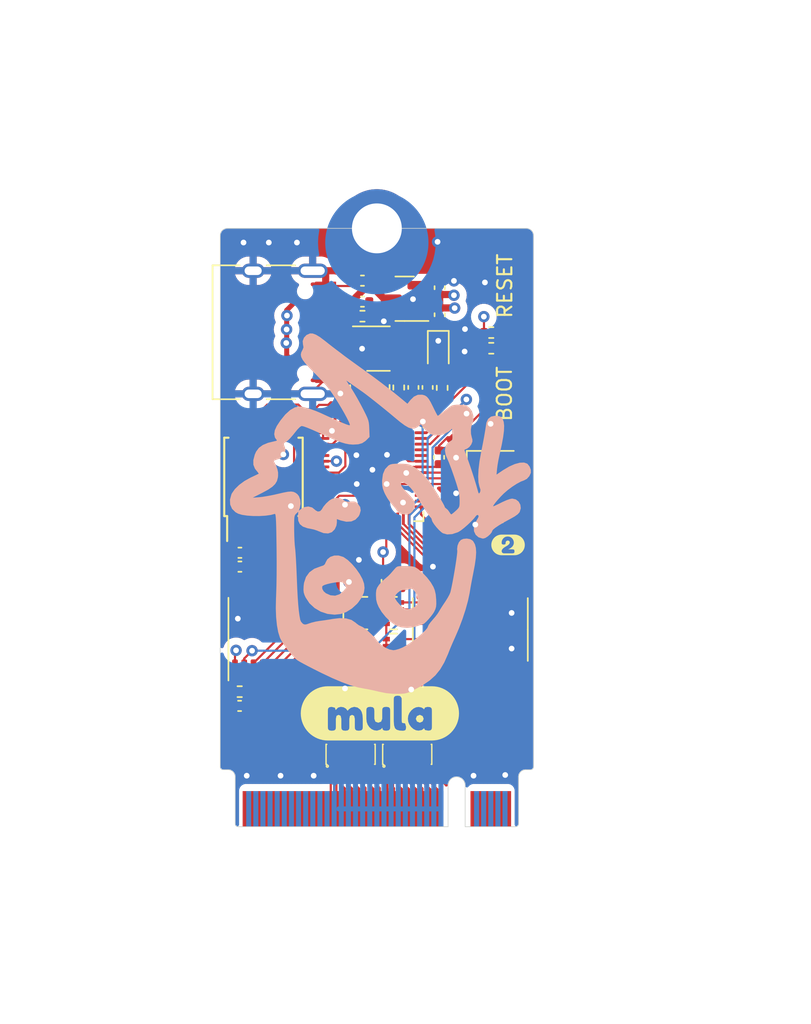
<source format=kicad_pcb>
(kicad_pcb (version 20221018) (generator pcbnew)
  (layers (0 "F.Cu" signal) (1 "In1.Cu" signal) (2 "In2.Cu" signal) (31 "B.Cu" signal) (34 "B.Paste" user) (35 "F.Paste" user) (36 "B.SilkS" user "B.Silkscreen") (37 "F.SilkS" user "F.Silkscreen") (38 "B.Mask" user) (39 "F.Mask" user) (44 "Edge.Cuts" user))
  (net 0 "")
  (net 1 "GND")
  (net 2 "Net-(U102-XIN)")
  (net 3 "Net-(U102-XOUT)")
  (net 4 "/USBD_P")
  (net 5 "/USBD_N")
  (net 6 "+3V3")
  (net 7 "+5V")
  (net 8 "Net-(J101-CC1)")
  (net 10 "Net-(J101-CC2)")
  (net 12 "/IO4")
  (net 13 "/IO5")
  (net 14 "/IO6")
  (net 15 "/IO7")
  (net 16 "/xIO7")
  (net 17 "/xIO6")
  (net 18 "/xIO5")
  (net 19 "/xIO4")
  (net 20 "/IO8")
  (net 21 "/IO9")
  (net 22 "/IO10")
  (net 23 "/IO11")
  (net 24 "/xIO11")
  (net 25 "/xIO10")
  (net 26 "/xIO9")
  (net 27 "/xIO8")
  (net 28 "/IO12")
  (net 29 "/IO13")
  (net 30 "/IO14")
  (net 31 "/IO15")
  (net 32 "/xIO15")
  (net 33 "/xIO14")
  (net 34 "/xIO13")
  (net 35 "/xIO12")
  (net 36 "/IO0")
  (net 37 "/IO1")
  (net 38 "/IO2")
  (net 39 "/IO3")
  (net 40 "/xIO3")
  (net 41 "/xIO2")
  (net 42 "/xIO1")
  (net 43 "/xIO0")
  (net 44 "Net-(R101-Pad1)")
  (net 45 "Net-(U102-USB_DP)")
  (net 46 "Net-(U102-USB_DM)")
  (net 47 "Net-(U102-RUN)")
  (net 48 "/BANK1_DIR")
  (net 49 "/BANK2_DIR")
  (net 50 "/GPIO0")
  (net 51 "/GPIO1")
  (net 52 "/GPIO2")
  (net 53 "/GPIO3")
  (net 54 "/GPIO4")
  (net 55 "/GPIO5")
  (net 56 "/GPIO6")
  (net 57 "/GPIO7")
  (net 58 "/GPIO8")
  (net 59 "/GPIO9")
  (net 60 "/GPIO10")
  (net 61 "/GPIO11")
  (net 62 "/GPIO12")
  (net 63 "/GPIO13")
  (net 64 "/GPIO14")
  (net 65 "/GPIO15")
  (net 66 "Net-(U102-VREG_VOUT)")
  (net 80 "/QSPI_CS")
  (net 81 "/QSPI_D1")
  (net 82 "/QSPI_D2")
  (net 83 "/QSPI_D0")
  (net 84 "/QSPI_CLK")
  (net 85 "/QSPI_D3")
  (net 88 "Net-(D101-A)")
  (net 89 "Net-(U102-GPIO18)")
  (footprint "Capacitor_SMD:C_0402_1005Metric" (layer "F.Cu") (at 130.35 105.425)
    (fp_text reference "C115" hide)
    (fp_text value "100n")
  )
  (footprint "Diode_SMD:D_0603_1608Metric" (layer "F.Cu") (at 144.3 80.5875 -90)
    (fp_text reference "D101" hide)
    (fp_text value "LED")
  )
  (footprint "matei:TS-1187A-B-A-B" (layer "F.Cu") (at 148.045 75.97 90)
    (fp_text reference "SW102" hide)
    (fp_text value "RESET")
  )
  (footprint "Resistor_SMD:R_0402_1005Metric" (layer "F.Cu") (at 141.525 83.075 -90)
    (fp_text reference "R105" hide)
    (fp_text value "27R")
  )
  (footprint "Capacitor_SMD:C_0402_1005Metric" (layer "F.Cu") (at 148.725 92.175)
    (fp_text reference "C101" hide)
    (fp_text value "20p")
  )
  (footprint "Resistor_SMD:R_0402_1005Metric" (layer "F.Cu") (at 140.5 83.05 -90)
    (fp_text reference "R104" hide)
    (fp_text value "27R")
  )
  (footprint "kibuzzard-64C8408B" (layer "F.Cu") (at 149.2 94.125)
    (fp_text reference "kibuzzard-64C8408B" hide)
    (fp_text value "G***" hide)
  )
  (footprint "Package_SO:TSSOP-24_4.4x7.8mm_P0.65mm" (layer "F.Cu") (at 146.55 100.0625 90)
    (fp_text reference "U106" hide)
    (fp_text value "SN74LVC4245")
  )
  (footprint "matei:M.2-B-KEY" (layer "F.Cu") (at 139.9875 113.905)
    (fp_text reference "J102" hide)
    (fp_text value "M.2" hide)
    (fp_line (start -11 -41.5) (end -11 -4.2) (stroke (width 0.05)) (layer "Edge.Cuts"))
    (fp_line (start -10.8 -4) (end -10.45 -4) (stroke (width 0.05)) (layer "Edge.Cuts"))
    (fp_line (start -9.95 -3.5) (end -9.95 -0.2) (stroke (width 0.05)) (layer "Edge.Cuts"))
    (fp_line (start -9.75 0) (end 5 0) (stroke (width 0.05)) (layer "Edge.Cuts"))
    (fp_line (start 5 -2.9) (end 5 0) (stroke (width 0.05)) (layer "Edge.Cuts"))
    (fp_line (start 6.2 -2.9) (end 6.2 0) (stroke (width 0.05)) (layer "Edge.Cuts"))
    (fp_line (start 6.2 0) (end 9.75 0) (stroke (width 0.05)) (layer "Edge.Cuts"))
    (fp_line (start 9.95 -0.2) (end 9.95 -3.5) (stroke (width 0.05)) (layer "Edge.Cuts"))
    (fp_line (start 10.45 -4) (end 10.8 -4) (stroke (width 0.05)) (layer "Edge.Cuts"))
    (fp_line (start 10.5 -42) (end -10.5 -42) (stroke (width 0.05)) (layer "Edge.Cuts"))
    (fp_line (start 11 -4.2) (end 11 -41.5) (stroke (width 0.05)) (layer "Edge.Cuts"))
    (fp_arc (start -11 -41.5) (mid -10.853553 -41.853553) (end -10.5 -42) (stroke (width 0.05)) (layer "Edge.Cuts"))
    (fp_arc (start -10.8 -4) (mid -10.941421 -4.058579) (end -11 -4.2) (stroke (width 0.05)) (layer "Edge.Cuts"))
    (fp_arc (start -10.45 -4) (mid -10.096447 -3.853553) (end -9.95 -3.5) (stroke (width 0.05)) (layer "Edge.Cuts"))
    (fp_arc (start -9.75 0) (mid -9.891421 -0.058579) (end -9.95 -0.2) (stroke (width 0.05)) (layer "Edge.Cuts"))
    (fp_arc (start 5 -2.9) (mid 5.175736 -3.324264) (end 5.6 -3.5) (stroke (width 0.05)) (layer "Edge.Cuts"))
    (fp_arc (start 5.6 -3.5) (mid 6.024264 -3.324264) (end 6.2 -2.9) (stroke (width 0.05)) (layer "Edge.Cuts"))
    (fp_arc (start 9.95 -3.5) (mid 10.096447 -3.853553) (end 10.45 -4) (stroke (width 0.05)) (layer "Edge.Cuts"))
    (fp_arc (start 9.95 -0.2) (mid 9.891421 -0.058579) (end 9.75 0) (stroke (width 0.05)) (layer "Edge.Cuts"))
    (fp_arc (start 10.5 -42) (mid 10.853553 -41.853553) (end 11 -41.5) (stroke (width 0.05)) (layer "Edge.Cuts"))
    (fp_arc (start 11 -4.2) (mid 10.941421 -4.058579) (end 10.8 -4) (stroke (width 0.05)) (layer "Edge.Cuts"))
  )
  (footprint "Capacitor_SMD:C_0402_1005Metric" (layer "F.Cu") (at 144.4 76.07 90)
    (fp_text reference "C114" hide)
    (fp_text value "4u7")
  )
  (footprint "Package_SO:SOIC-8W_5.3x5.3mm_P1.27mm" (layer "F.Cu") (at 132.025 89.35 90)
    (fp_text reference "U101" hide)
    (fp_text value "W25Q128JVS")
  )
  (footprint "Resistor_SMD:R_0402_1005Metric" (layer "F.Cu") (at 130.355 104.425)
    (fp_text reference "R107" hide)
    (fp_text value "10k")
  )
  (footprint "Package_TO_SOT_SMD:SOT-23" (layer "F.Cu") (at 141.9375 76.845 180)
    (fp_text reference "U104" hide)
    (fp_text value "XC6206")
  )
  (footprint "Resistor_SMD:R_0402_1005Metric" (layer "F.Cu") (at 144.575 83.1 90)
    (fp_text reference "R109" hide)
    (fp_text value "10k")
  )
  (footprint "Capacitor_SMD:C_0402_1005Metric" (layer "F.Cu") (at 130.37 95.65 180)
    (fp_text reference "C105" hide)
    (fp_text value "100n")
  )
  (footprint "Resistor_SMD:R_0402_1005Metric" (layer "F.Cu") (at 138.4925 83.065 -90)
    (fp_text reference "R103" hide)
    (fp_text value "5k1")
  )
  (footprint "Package_SO:TSSOP-24_4.4x7.8mm_P0.65mm" (layer "F.Cu") (at 133.6 100.0375 90)
    (fp_text reference "U105" hide)
    (fp_text value "SN74LVC4245")
  )
  (footprint "matei:TS-1187A-B-A-B" (layer "F.Cu") (at 148.02 83.57 90)
    (fp_text reference "SW101" hide)
    (fp_text value "BOOT")
  )
  (footprint "Capacitor_SMD:C_0402_1005Metric" (layer "F.Cu") (at 130.37 94.675 180)
    (fp_text reference "C106" hide)
    (fp_text value "100n")
  )
  (footprint "Capacitor_SMD:C_0402_1005Metric" (layer "F.Cu") (at 142.55 83.07 -90)
    (fp_text reference "C103" hide)
    (fp_text value "47p")
  )
  (footprint "Capacitor_SMD:C_0402_1005Metric" (layer "F.Cu") (at 141.675 96.675 -90)
    (fp_text reference "C112" hide)
    (fp_text value "100n")
  )
  (footprint "Capacitor_SMD:C_0402_1005Metric" (layer "F.Cu") (at 139.4825 83.055 -90)
    (fp_text reference "C104" hide)
    (fp_text value "47p")
  )
  (footprint "Resistor_SMD:R_0402_1005Metric" (layer "F.Cu") (at 148.02 79.22)
    (fp_text reference "R106" hide)
    (fp_text value "10k")
  )
  (footprint "easyeda2kicad:UDFN-16_L3.3-W1.4-P0.40-BL-EP" (layer "F.Cu") (at 138.15 108.825)
    (fp_text reference "L101" hide)
    (fp_text value "IP4252CZ16-8-TTL,1")
  )
  (footprint "Capacitor_SMD:C_0402_1005Metric" (layer "F.Cu") (at 140.675 96.675 -90)
    (fp_text reference "C107" hide)
    (fp_text value "100n")
  )
  (footprint "Package_TO_SOT_SMD:SOT-23-6" (layer "F.Cu") (at 140.1 80.345)
    (fp_text reference "U103" hide)
    (fp_text value "SRV05-4")
  )
  (footprint "Resistor_SMD:R_Array_Concave_4x0402" (layer "F.Cu") (at 141.15 98.9125 180)
    (fp_text reference "RN101" hide)
    (fp_text value "150k")
  )
  (footprint "Capacitor_SMD:C_0402_1005Metric" (layer "F.Cu") (at 148.15 86.85 180)
    (fp_text reference "C102" hide)
    (fp_text value "20p")
  )
  (footprint "Resistor_SMD:R_0402_1005Metric" (layer "F.Cu") (at 148.02 80.32 180)
    (fp_text reference "R101" hide)
    (fp_text value "1k")
  )
  (footprint "Resistor_SMD:R_Array_Concave_4x0402" (layer "F.Cu") (at 139.075 98.9125)
    (fp_text reference "RN104" hide)
    (fp_text value "150k")
  )
  (footprint "Capacitor_SMD:C_0402_1005Metric" (layer "F.Cu") (at 143.55 83.07 90)
    (fp_text reference "C111" hide)
    (fp_text value "100n")
  )
  (footprint "Capacitor_SMD:C_0402_1005Metric" (layer "F.Cu") (at 144.35 87.975 90)
    (fp_text reference "C109" hide)
    (fp_text value "100n")
  )
  (footprint "Capacitor_SMD:C_0402_1005Metric" (layer "F.Cu") (at 138.975 77.045)
    (fp_text reference "C110" hide)
    (fp_text value "1u")
  )
  (footprint "easyeda2kicad:UDFN-16_L3.3-W1.4-P0.40-BL-EP" (layer "F.Cu") (at 142.125 108.825)
    (fp_text reference "L102" hide)
    (fp_text value "IP4252CZ16-8-TTL,1")
  )
  (footprint "kibuzzard-64C5EFF0" (layer "F.Cu") (at 140.2 105.95)
    (fp_text reference "kibuzzard-64C5EFF0" hide)
    (fp_text value "G***" hide)
  )
  (footprint "Crystal:Crystal_SMD_3225-4Pin_3.2x2.5mm" (layer "F.Cu") (at 147.95 89.525 -90)
    (fp_text reference "Y101" hide)
    (fp_text value "12MHz")
  )
  (footprint "Resistor_SMD:R_Array_Concave_4x0402" (layer "F.Cu") (at 139.075 101.4875)
    (fp_text reference "RN102" hide)
    (fp_text value "150k")
  )
  (footprint "Resistor_SMD:R_0402_1005Metric" (layer "F.Cu") (at 138.975 78.07)
    (fp_text reference "R102" hide)
    (fp_text value "5k1")
  )
  (footprint "Resistor_SMD:R_0402_1005Metric" (layer "F.Cu") (at 141.125 103.45)
    (fp_text reference "R108" hide)
    (fp_text value "10k")
  )
  (footprint "Package_DFN_QFN:QFN-56-1EP_7x7mm_P0.4mm_EP3.2x3.2mm" (layer "F.Cu") (at 139.65 88.85 90)
    (fp_text reference "U102" hide)
    (fp_text value "RP2040")
  )
  (footprint "Capacitor_SMD:C_0402_1005Metric" (layer "F.Cu") (at 139.195 103.45 180)
    (fp_text reference "C116" hide)
    (fp_text value "100n")
  )
  (footprint "Capacitor_SMD:C_0402_1005Metric" (layer "F.Cu") (at 138.975 75.575 180)
    (fp_text reference "C108" hide)
    (fp_text value "4u7")
  )
  (footprint "Capacitor_SMD:C_0402_1005Metric" (layer "F.Cu") (at 144.4 77.97 -90)
    (fp_text reference "C113" hide)
    (fp_text value "1u")
  )
  (footprint "Resistor_SMD:R_Array_Concave_4x0402" (layer "F.Cu") (at 141.15 101.4875 180)
    (fp_text reference "RN103" hide)
    (fp_text value "150k")
  )
  (footprint "Connector_USB:USB_C_Receptacle_HRO_TYPE-C-31-M-12" (layer "F.Cu") (at 132.35 79.2 -90)
    (fp_text reference "J101" hide)
    (fp_text value "USB_C_Receptacle_USB2.0")
  )
  (footprint "LOGO" (layer "B.Cu") (at 139.9875 91.655 180)
    (fp_text reference "G***" hide)
    (fp_text value "LOGO" hide)
  )
  (segment (start 138.4 103.45) (end 137.85 102.9) (width 0.15) (layer "F.Cu") (net 1))
  (segment (start 145.4 74.875) (end 146.17 74.105) (width 0.15) (layer "F.Cu") (net 1))
  (segment (start 147.1 90.625) (end 145.675 90.625) (width 0.15) (layer "F.Cu") (net 1))
  (segment (start 139.485 78.07) (end 140.12 78.07) (width 0.15) (layer "F.Cu") (net 1))
  (segment (start 144.4 78.45) (end 144.92 78.97) (width 0.15) (layer "F.Cu") (net 1))
  (segment (start 143.375 79.8) (end 144.3 79.8) (width 0.15) (layer "F.Cu") (net 1))
  (segment (start 144.3 79.8) (end 144.92 79.18) (width 0.15) (layer "F.Cu") (net 1))
  (segment (start 129.89 95.65) (end 129.175 96.365) (width 0.25) (layer "F.Cu") (net 1))
  (segment (start 138.495 75.575) (end 138.12 75.95) (width 0.15) (layer "F.Cu") (net 1))
  (segment (start 143.0875 89.85) (end 144.9 89.85) (width 0.15) (layer "F.Cu") (net 1))
  (segment (start 144.35 87.495) (end 144.35 87.175) (width 0.15) (layer "F.Cu") (net 1))
  (segment (start 137.175 102.9) (end 137.175 103.625) (width 0.15) (layer "F.Cu") (net 1))
  (segment (start 146.175 78.975) (end 146.17 78.97) (width 0.15) (layer "F.Cu") (net 1))
  (segment (start 135.48 83.52) (end 135.48 83.365) (width 0.15) (layer "F.Cu") (net 1))
  (segment (start 144.955 86.57) (end 146.145 86.57) (width 0.15) (layer "F.Cu") (net 1))
  (segment (start 131.05 98.525) (end 131.325 98.25) (width 0.25) (layer "F.Cu") (net 1))
  (segment (start 137.175 103.625) (end 137.75 104.2) (width 0.15) (layer "F.Cu") (net 1))
  (segment (start 136.395 82.45) (end 137.3675 82.45) (width 0.15) (layer "F.Cu") (net 1))
  (segment (start 138.5325 83.535) (end 138.4925 83.575) (width 0.15) (layer "F.Cu") (net 1))
  (segment (start 138.15 108.825) (end 135.975 108.825) (width 0.25) (layer "F.Cu") (net 1))
  (segment (start 142.875 77.225) (end 142.525 76.875) (width 0.15) (layer "F.Cu") (net 1))
  (segment (start 142.975 82.015) (end 142.975 80.2) (width 0.15) (layer "F.Cu") (net 1))
  (segment (start 129.175 98.125) (end 129.575 98.525) (width 0.25) (layer "F.Cu") (net 1))
  (segment (start 139.4825 83.535) (end 138.5325 83.535) (width 0.15) (layer "F.Cu") (net 1))
  (segment (start 144.275 97.2) (end 144.275 96) (width 0.25) (layer "F.Cu") (net 1))
  (segment (start 135.48 83.52) (end 137.4005 83.52) (width 0.15) (layer "F.Cu") (net 1))
  (segment (start 141.925 97.155) (end 140.68 97.155) (width 0.15) (layer "F.Cu") (net 1))
  (segment (start 146.145 86.57) (end 146.145 87.405) (width 0.15) (layer "F.Cu") (net 1))
  (segment (start 142.875 77.795) (end 142.875 77.225) (width 0.15) (layer "F.Cu") (net 1))
  (segment (start 146.145 80.57) (end 146.145 80.555) (width 0.15) (layer "F.Cu") (net 1))
  (segment (start 146.15 80.55) (end 146.145 80.545) (width 0.15) (layer "F.Cu") (net 1))
  (segment (start 129.575 98.525) (end 131.05 98.525) (width 0.25) (layer "F.Cu") (net 1))
  (segment (start 133.93 93) (end 133.93 91.42) (width 0.15) (layer "F.Cu") (net 1))
  (segment (start 129.89 95.65) (end 129.89 94.675) (width 0.25) (layer "F.Cu") (net 1))
  (segment (start 137.4005 83.52) (end 137.425 83.4955) (width 0.15) (layer "F.Cu") (net 1))
  (segment (start 144.35 87.175) (end 144.955 86.57) (width 0.15) (layer "F.Cu") (net 1))
  (segment (start 131.325 98.25) (end 131.325 97.175) (width 0.25) (layer "F.Cu") (net 1))
  (segment (start 138.495 75.575) (end 137.8 74.88) (width 0.15) (layer "F.Cu") (net 1))
  (segment (start 138.12 75.95) (end 136.395 75.95) (width 0.15) (layer "F.Cu") (net 1))
  (segment (start 148.63 86.28) (end 148.63 86.85) (width 0.15) (layer "F.Cu") (net 1))
  (segment (start 145.675 90.625) (end 145.55 90.5) (width 0.15) (layer "F.Cu") (net 1))
  (segment (start 144.9 89.85) (end 145.55 90.5) (width 0.15) (layer "F.Cu") (net 1))
  (segment (start 139.455 77.045) (end 139.455 78.04) (width 0.15) (layer "F.Cu") (net 1))
  (segment (start 150.125 97.2) (end 150.125 98.225) (width 0.25) (layer "F.Cu") (net 1))
  (segment (start 143.0875 89.85) (end 140.675 89.85) (width 0.15) (layer "F.Cu") (net 1))
  (segment (start 137.175 96.691116) (end 138.691116 95.175) (width 0.15) (layer "F.Cu") (net 1))
  (segment (start 142.875 77.795) (end 143.745 77.795) (width 0.15) (layer "F.Cu") (net 1))
  (segment (start 145.4 75.59) (end 144.4 75.59) (width 0.15) (layer "F.Cu") (net 1))
  (segment (start 144.92 78.97) (end 146.175 78.975) (width 0.15) (layer "F.Cu") (net 1))
  (segment (start 140.12 78.07) (end 140.475 78.425) (width 0.15) (layer "F.Cu") (net 1))
  (segment (start 145.4 75.59) (end 145.4 74.875) (width 0.15) (layer "F.Cu") (net 1))
  (segment (start 137.8 74.88) (end 135.48 74.88) (width 0.15) (layer "F.Cu") (net 1))
  (segment (start 142.975 80.2) (end 143.375 79.8) (width 0.15) (layer "F.Cu") (net 1))
  (segment (start 139.455 78.04) (end 139.485 78.07) (width 0.15) (layer "F.Cu") (net 1))
  (segment (start 147.975 85.625) (end 148.63 86.28) (width 0.15) (layer "F.Cu") (net 1))
  (segment (start 144.92 79.18) (end 144.92 78.97) (width 0.15) (layer "F.Cu") (net 1))
  (segment (start 146.145 87.405) (end 145.55 88) (width 0.15) (layer "F.Cu") (net 1))
  (segment (start 144.275 96) (end 143.925 95.65) (width 0.25) (layer "F.Cu") (net 1))
  (segment (start 146.145 80.555) (end 146.15 80.55) (width 0.15) (layer "F.Cu") (net 1))
  (segment (start 137.85 102.9) (end 137.175 102.9) (width 0.15) (layer "F.Cu") (net 1))
  (segment (start 146.145 78.995) (end 146.17 78.97) (width 0.15) (layer "F.Cu") (net 1))
  (segment (start 137.175 97.175) (end 137.175 96.691116) (width 0.15) (layer "F.Cu") (net 1))
  (segment (start 142.125 108.825) (end 144.475 108.825) (width 0.25) (layer "F.Cu") (net 1))
  (segment (start 146.17 74.105) (end 146.17 72.97) (width 0.15) (layer "F.Cu") (net 1))
  (segment (start 137.175 102.9) (end 136.525 102.9) (width 0.15) (layer "F.Cu") (net 1))
  (segment (start 150.125 102.925) (end 150.125 102.075) (width 0.25) (layer "F.Cu") (net 1))
  (segment (start 143.55 82.59) (end 142.975 82.015) (width 0.15) (layer "F.Cu") (net 1))
  (segment (start 143.745 77.795) (end 144.4 78.45) (width 0.15) (layer "F.Cu") (net 1))
  (segment (start 142.55 83.55) (end 142.59 83.55) (width 0.15) (layer "F.Cu") (net 1))
  (segment (start 138.715 103.45) (end 138.4 103.45) (width 0.15) (layer "F.Cu") (net 1))
  (segment (start 150.125 102.075) (end 149.45 101.4) (width 0.25) (layer "F.Cu") (net 1))
  (segment (start 142.59 83.55) (end 143.55 82.59) (width 0.15) (layer "F.Cu") (net 1))
  (segment (start 140.675 89.85) (end 140.65 89.85) (width 0.15) (layer "F.Cu") (net 1))
  (segment (start 129.175 96.365) (end 129.175 98.125) (width 0.25) (layer "F.Cu") (net 1))
  (segment (start 137.3675 82.45) (end 138.4925 83.575) (width 0.15) (layer "F.Cu") (net 1))
  (segment (start 135.48 83.365) (end 136.395 82.45) (width 0.15) (layer "F.Cu") (net 1))
  (segment (start 133.93 91.42) (end 133.95 91.4) (width 0.15) (layer "F.Cu") (net 1))
  (segment (start 138.691116 95.175) (end 138.725 95.175) (width 0.15) (layer "F.Cu") (net 1))
  (segment (start 138.15 108.825) (end 142.125 108.825) (width 0.25) (layer "F.Cu") (net 1))
  (segment (start 150.125 98.225) (end 149.45 98.9) (width 0.25) (layer "F.Cu") (net 1))
  (via (at 135.55 110.325) (size 0.8) (drill 0.4) (layers "F.Cu" "B.Cu") (net 1))
  (via (at 146.15 80.55) (size 0.8) (drill 0.4) (layers "F.Cu" "B.Cu") (net 1))
  (via (at 146.775 110.325) (size 0.8) (drill 0.4) (layers "F.Cu" "B.Cu") (net 1))
  (via (at 132.4 72.9) (size 0.8) (drill 0.4) (layers "F.Cu" "B.Cu") (net 1))
  (via (at 138.95 80.35) (size 0.8) (drill 0.4) (layers "F.Cu" "B.Cu") (net 1))
  (via (at 146.175 78.975) (size 0.8) (drill 0.4) (layers "F.Cu" "B.Cu") (net 1))
  (via (at 145.4 75.59) (size 0.8) (drill 0.4) (layers "F.Cu" "B.Cu") (net 1))
  (via (at 147.575 75.7) (size 0.8) (drill 0.4) (layers "F.Cu" "B.Cu") (net 1))
  (via (at 149 110.275) (size 0.8) (drill 0.4) (layers "F.Cu" "B.Cu") (net 1))
  (via (at 143.925 95.65) (size 0.8) (drill 0.4) (layers "F.Cu" "B.Cu") (net 1))
  (via (at 145.55 88) (size 0.8) (drill 0.4) (layers "F.Cu" "B.Cu") (net 1))
  (via (at 138.575 89.85) (size 0.8) (drill 0.4) (layers "F.Cu" "B.Cu") (net 1))
  (via (at 149.45 98.9) (size 0.8) (drill 0.4) (layers "F.Cu" "B.Cu") (net 1))
  (via (at 134.375 72.9) (size 0.8) (drill 0.4) (layers "F.Cu" "B.Cu") (net 1))
  (via (at 140.475 78.425) (size 0.8) (drill 0.4) (layers "F.Cu" "B.Cu") (net 1))
  (via (at 140.7 87.8) (size 0.8) (drill 0.4) (layers "F.Cu" "B.Cu") (net 1))
  (via (at 138.725 95.175) (size 0.8) (drill 0.4) (layers "F.Cu" "B.Cu") (net 1))
  (via (at 130.625 72.9) (size 0.8) (drill 0.4) (layers "F.Cu" "B.Cu") (net 1))
  (via (at 149.45 101.4) (size 0.8) (drill 0.4) (layers "F.Cu" "B.Cu") (net 1))
  (via (at 146.9 92.7) (size 0.8) (drill 0.4) (layers "F.Cu" "B.Cu") (net 1))
  (via (at 144.3 79.8) (size 0.8) (drill 0.4) (layers "F.Cu" "B.Cu") (net 1))
  (via (at 140.675 89.85) (size 0.8) (drill 0.4) (layers "F.Cu" "B.Cu") (net 1))
  (via (at 144.25 72.85) (size 0.8) (drill 0.4) (layers "F.Cu" "B.Cu") (net 1))
  (via (at 130.85 110.325) (size 0.8) (drill 0.4) (layers "F.Cu" "B.Cu") (net 1))
  (via (at 139.675 88.85) (size 0.8) (drill 0.4) (layers "F.Cu" "B.Cu") (net 1))
  (via (at 137.425 83.4955) (size 0.8) (drill 0.4) (layers "F.Cu" "B.Cu") (net 1))
  (via (at 133.225 110.325) (size 0.8) (drill 0.4) (layers "F.Cu" "B.Cu") (net 1))
  (via (at 142.525 76.875) (size 0.8) (drill 0.4) (layers "F.Cu" "B.Cu") (net 1))
  (via (at 145.55 90.5) (size 0.8) (drill 0.4) (layers "F.Cu" "B.Cu") (net 1))
  (via (at 138.55 87.825) (size 0.8) (drill 0.4) (layers "F.Cu" "B.Cu") (net 1))
  (via (at 133.95 91.4) (size 0.8) (drill 0.4) (layers "F.Cu" "B.Cu") (net 1))
  (via (at 147.975 85.625) (size 0.8) (drill 0.4) (layers "F.Cu" "B.Cu") (net 1))
  (via (at 130.225 99.3) (size 0.8) (drill 0.4) (layers "F.Cu" "B.Cu") (net 1))
  (via (at 137.75 104.2) (size 0.8) (drill 0.4) (layers "F.Cu" "B.Cu") (net 1))
  (segment (start 136.425 110.325) (end 135.55 110.325) (width 0.15) (layer "B.Cu") (net 1))
  (segment (start 136.9875 112.655) (end 136.9875 110.8875) (width 0.15) (layer "B.Cu") (net 1))
  (segment (start 136.9875 110.8875) (end 136.425 110.325) (width 0.15) (layer "B.Cu") (net 1))
  (segment (start 149.205 92.175) (end 149.205 91.03) (width 0.15) (layer "F.Cu") (net 2))
  (segment (start 149.205 91.03) (end 148.8 90.625) (width 0.15) (layer "F.Cu") (net 2))
  (segment (start 147.625 89.45) (end 148.8 90.625) (width 0.15) (layer "F.Cu") (net 2))
  (segment (start 143.0875 89.45) (end 147.625 89.45) (width 0.15) (layer "F.Cu") (net 2))
  (segment (start 147.1 87.42) (end 147.67 86.85) (width 0.15) (layer "F.Cu") (net 3))
  (segment (start 147.1 88.425) (end 147.1 87.42) (width 0.15) (layer "F.Cu") (net 3))
  (segment (start 146.475 89.05) (end 147.1 88.425) (width 0.15) (layer "F.Cu") (net 3))
  (segment (start 143.0875 89.05) (end 146.475 89.05) (width 0.15) (layer "F.Cu") (net 3))
  (segment (start 140.465 82.575) (end 140.5 82.54) (width 0.15) (layer "F.Cu") (net 4))
  (segment (start 138.9625 81.295) (end 138.9625 82.055) (width 0.15) (layer "F.Cu") (net 4))
  (segment (start 135.2575 79.1625) (end 135.2575 79.7375) (width 0.15) (layer "F.Cu") (net 4))
  (segment (start 137.625 79.95) (end 137.9 80.225) (width 0.15) (layer "F.Cu") (net 4))
  (segment (start 135.47 79.95) (end 136.395 79.95) (width 0.15) (layer "F.Cu") (net 4))
  (segment (start 135.47 78.95) (end 135.2575 79.1625) (width 0.15) (layer "F.Cu") (net 4))
  (segment (start 137.9 80.546041) (end 138.648959 81.295) (width 0.15) (layer "F.Cu") (net 4))
  (segment (start 137.9 80.225) (end 137.9 80.546041) (width 0.15) (layer "F.Cu") (net 4))
  (segment (start 138.648959 81.295) (end 138.9625 81.295) (width 0.15) (layer "F.Cu") (net 4))
  (segment (start 138.9625 82.055) (end 139.4825 82.575) (width 0.15) (layer "F.Cu") (net 4))
  (segment (start 139.4825 82.575) (end 140.465 82.575) (width 0.15) (layer "F.Cu") (net 4))
  (segment (start 136.395 79.95) (end 137.625 79.95) (width 0.15) (layer "F.Cu") (net 4))
  (segment (start 135.2575 79.7375) (end 135.47 79.95) (width 0.15) (layer "F.Cu") (net 4))
  (segment (start 136.395 78.95) (end 135.47 78.95) (width 0.15) (layer "F.Cu") (net 4))
  (segment (start 136.395 78.45) (end 137.5375 78.45) (width 0.15) (layer "F.Cu") (net 5))
  (segment (start 140.007586 81.507586) (end 140.37 81.87) (width 0.15) (layer "F.Cu") (net 5))
  (segment (start 137.5375 79.45) (end 136.395 79.45) (width 0.15) (layer "F.Cu") (net 5))
  (segment (start 140.007586 80.126545) (end 140.007586 81.507586) (width 0.15) (layer "F.Cu") (net 5))
  (segment (start 140.37 81.87) (end 140.83 81.87) (width 0.15) (layer "F.Cu") (net 5))
  (segment (start 140.83 81.87) (end 141.525 82.565) (width 0.15) (layer "F.Cu") (net 5))
  (segment (start 138.9625 79.395) (end 139.276041 79.395) (width 0.15) (layer "F.Cu") (net 5))
  (segment (start 142.525 82.565) (end 142.55 82.59) (width 0.15) (layer "F.Cu") (net 5))
  (segment (start 139.276041 79.395) (end 140.007586 80.126545) (width 0.15) (layer "F.Cu") (net 5))
  (segment (start 137.775 79.2125) (end 137.5375 79.45) (width 0.15) (layer "F.Cu") (net 5))
  (segment (start 137.9575 79.395) (end 137.775 79.2125) (width 0.15) (layer "F.Cu") (net 5))
  (segment (start 137.5375 78.45) (end 137.775 78.6875) (width 0.15) (layer "F.Cu") (net 5))
  (segment (start 138.9625 79.395) (end 137.9575 79.395) (width 0.15) (layer "F.Cu") (net 5))
  (segment (start 141.525 82.565) (end 142.525 82.565) (width 0.15) (layer "F.Cu") (net 5))
  (segment (start 137.775 78.6875) (end 137.775 79.2125) (width 0.15) (layer "F.Cu") (net 5))
  (segment (start 140.675 96.195) (end 141.675 96.195) (width 0.15) (layer "F.Cu") (net 6))
  (segment (start 136.892268 86.11735) (end 136.904809 86.104809) (width 0.15) (layer "F.Cu") (net 6))
  (segment (start 141.675 96.195) (end 141.895 96.195) (width 0.15) (layer "F.Cu") (net 6))
  (segment (start 130.85 94.675) (end 130.8875 94.7125) (width 0.15) (layer "F.Cu") (net 6))
  (segment (start 141.895 96.195) (end 142.9 97.2) (width 0.15) (layer "F.Cu") (net 6))
  (segment (start 140.65 85.4125) (end 140.65 84.625) (width 0.15) (layer "F.Cu") (net 6))
  (segment (start 130.85 94.675) (end 130.85 95.65) (width 0.15) (layer "F.Cu") (net 6))
  (segment (start 140.675 96.195) (end 140.425 95.945) (width 0.15) (layer "F.Cu") (net 6))
  (segment (start 140.65 85.909619) (end 140.65 85.4125) (width 0.15) (layer "F.Cu") (net 6))
  (segment (start 130.675 95.825) (end 130.85 95.65) (width 0.15) (layer "F.Cu") (net 6))
  (segment (start 145.44 77.49) (end 145.45 77.5) (width 0.5) (layer "F.Cu") (net 6))
  (segment (start 142.875 75.895) (end 143.53 76.55) (width 0.5) (layer "F.Cu") (net 6))
  (segment (start 133.425 87.775) (end 131.67 87.775) (width 0.15) (layer "F.Cu") (net 6))
  (segment (start 131.67 87.775) (end 130.12 86.225) (width 0.15) (layer "F.Cu") (net 6))
  (segment (start 144.4 76.55) (end 145.35 76.55) (width 0.5) (layer "F.Cu") (net 6))
  (segment (start 141.149975 84.455) (end 141.454974 84.15) (width 0.15) (layer "F.Cu") (net 6))
  (segment (start 143.53 76.55) (end 144.4 76.55) (width 0.5) (layer "F.Cu") (net 6))
  (segment (start 143.0875 88.65) (end 144.155 88.65) (width 0.15) (layer "F.Cu") (net 6))
  (segment (start 140.434619 86.125) (end 140.65 85.909619) (width 0.15) (layer "F.Cu") (net 6))
  (segment (start 136.904809 86.104809) (end 137.05 85.959619) (width 0.15) (layer "F.Cu") (net 6))
  (segment (start 136.759619 86.25) (end 136.904809 86.104809) (width 0.15) (layer "F.Cu") (net 6))
  (segment (start 136.2125 88.25) (end 136.2125 88.65) (width 0.15) (layer "F.Cu") (net 6))
  (segment (start 140.82 84.455) (end 141.149975 84.455) (width 0.15) (layer "F.Cu") (net 6))
  (segment (start 136.904809 86.104809) (end 136.925 86.125) (width 0.15) (layer "F.Cu") (net 6))
  (segment (start 142.95 84.15) (end 143.55 83.55) (width 0.15) (layer "F.Cu") (net 6))
  (segment (start 130.8875 94.7125) (end 135.281556 94.7125) (width 0.15) (layer "F.Cu") (net 6))
  (segment (start 130.675 97.175) (end 130.675 95.825) (width 0.15) (layer "F.Cu") (net 6))
  (segment (start 136.925 86.125) (end 140.434619 86.125) (width 0.15) (layer "F.Cu") (net 6))
  (segment (start 142.9 97.2) (end 143.4 97.2) (width 0.15) (layer "F.Cu") (net 6))
  (segment (start 147.51 78.11) (end 147.5 78.1) (width 0.15) (layer "F.Cu") (net 6))
  (segment (start 130.12 86.225) (end 130.12 85.7) (width 0.15) (layer "F.Cu") (net 6))
  (segment (start 144.155 88.65) (end 144.35 88.455) (width 0.15) (layer "F.Cu") (net 6))
  (segment (start 137.05 92.944056) (end 137.05 92.2875) (width 0.15) (layer "F.Cu") (net 6))
  (segment (start 145.35 76.55) (end 145.4 76.6) (width 0.5) (layer "F.Cu") (net 6))
  (segment (start 137.05 92.2875) (end 137.05 91.861091) (width 0.15) (layer "F.Cu") (net 6))
  (segment (start 142.4755 88.65) (end 142.0505 89.075) (width 0.15) (layer "F.Cu") (net 6))
  (segment (start 140.65 94.4) (end 140.425 94.625) (width 0.15) (layer "F.Cu") (net 6))
  (segment (start 135.281556 94.7125) (end 137.05 92.944056) (width 0.15) (layer "F.Cu") (net 6))
  (segment (start 136.2125 86.25) (end 136.759619 86.25) (width 0.15) (layer "F.Cu") (net 6))
  (segment (start 147.51 79.22) (end 147.51 78.11) (width 0.15) (layer "F.Cu") (net 6))
  (segment (start 137.611091 91.3) (end 137.75 91.3) (width 0.15) (layer "F.Cu") (net 6))
  (segment (start 144.4 77.49) (end 145.44 77.49) (width 0.5) (layer "F.Cu") (net 6))
  (segment (start 144.4 77.49) (end 144.4 76.55) (width 0.5) (layer "F.Cu") (net 6))
  (segment (start 137.05 91.861091) (end 137.611091 91.3) (width 0.15) (layer "F.Cu") (net 6))
  (segment (start 140.65 84.625) (end 140.82 84.455) (width 0.15) (layer "F.Cu") (net 6))
  (segment (start 141.454974 84.15) (end 142.95 84.15) (width 0.15) (layer "F.Cu") (net 6))
  (segment (start 136.833308 86.11735) (end 136.892268 86.11735) (width 0.15) (layer "F.Cu") (net 6))
  (segment (start 137.05 85.959619) (end 137.05 85.4125) (width 0.15) (layer "F.Cu") (net 6))
  (segment (start 140.65 92.2875) (end 140.65 94.4) (width 0.15) (layer "F.Cu") (net 6))
  (segment (start 143.0875 88.65) (end 142.4755 88.65) (width 0.15) (layer "F.Cu") (net 6))
  (segment (start 136.2125 86.65) (end 136.2125 86.25) (width 0.15) (layer "F.Cu") (net 6))
  (segment (start 137.1505 88.245911) (end 136.616589 88.245911) (width 0.15) (layer "F.Cu") (net 6))
  (segment (start 140.425 95.945) (end 140.425 95.05) (width 0.15) (layer "F.Cu") (net 6))
  (segment (start 130.025 97.175) (end 130.675 97.175) (width 0.25) (layer "F.Cu") (net 6))
  (via (at 136.833308 86.11735) (size 0.8) (drill 0.4) (layers "F.Cu" "B.Cu") (net 6))
  (via (at 142.0505 89.075) (size 0.8) (drill 0.4) (layers "F.Cu" "B.Cu") (net 6))
  (via (at 137.75 91.3) (size 0.8) (drill 0.4) (layers "F.Cu" "B.Cu") (net 6))
  (via (at 145.45 77.5) (size 0.8) (drill 0.4) (layers "F.Cu" "B.Cu") (net 6))
  (via (at 140.425 94.625) (size 0.8) (drill 0.4) (layers "F.Cu" "B.Cu") (net 6))
  (via (at 133.425 87.775) (size 0.8) (drill 0.4) (layers "F.Cu" "B.Cu") (net 6))
  (via (at 145.4 76.6) (size 0.8) (drill 0.4) (layers "F.Cu" "B.Cu") (net 6))
  (via (at 137.1505 88.245911) (size 0.8) (drill 0.4) (layers "F.Cu" "B.Cu") (net 6))
  (via (at 147.5 78.1) (size 0.8) (drill 0.4) (layers "F.Cu" "B.Cu") (net 6))
  (segment (start 133.6575 78.875) (end 133.6575 77.975) (width 0.35) (layer "F.Cu") (net 7))
  (segment (start 133.6075 78.925) (end 133.6575 78.875) (width 0.35) (layer "F.Cu") (net 7))
  (segment (start 135.26066 81.34) (end 134.1725 81.34) (width 0.35) (layer "F.Cu") (net 7))
  (segment (start 134.2475 77.06) (end 135.26066 77.06) (width 0.35) (layer "F.Cu") (net 7))
  (segment (start 142.975 102.925) (end 142.955 102.905) (width 0.15) (layer "F.Cu") (net 7))
  (segment (start 139.575 102.2375) (end 139.575 103.35) (width 0.15) (layer "F.Cu") (net 7))
  (segment (start 139.575 98.1625) (end 139.575 102.2375) (width 0.15) (layer "F.Cu") (net 7))
  (segment (start 134.1725 81.34) (end 133.6575 80.825) (width 0.35) (layer "F.Cu") (net 7))
  (segment (start 141 77.675) (end 141 76.845) (width 0.15) (layer "F.Cu") (net 7))
  (segment (start 140.615 103.45) (end 139.675 103.45) (width 0.15) (layer "F.Cu") (net 7))
  (segment (start 133.6575 77.975) (end 133.6325 77.95) (width 0.35) (layer "F.Cu") (net 7))
  (segment (start 140.65 102.2375) (end 140.65 103.415) (width 0.15) (layer "F.Cu") (net 7))
  (segment (start 142.13217 79.69316) (end 142.13217 78.80717) (width 0.15) (layer "F.Cu") (net 7))
  (segment (start 138.495 77.045) (end 138.495 76.757807) (width 0.5) (layer "F.Cu") (net 7))
  (segment (start 141.48033 80.345) (end 142.13217 79.69316) (width 0.15) (layer "F.Cu") (net 7))
  (segment (start 138.025 96.725) (end 138.1375 96.725) (width 0.15) (layer "F.Cu") (net 7))
  (segment (start 135.57066 81.65) (end 135.26066 81.34) (width 0.35) (layer "F.Cu") (net 7))
  (segment (start 136.395 81.65) (end 135.57066 81.65) (width 0.35) (layer "F.Cu") (net 7))
  (segment (start 133.6325 77.95) (end 133.6575 77.925) (width 0.35) (layer "F.Cu") (net 7))
  (segment (start 136.395 76.75) (end 137.65 76.75) (width 0.5) (layer "F.Cu") (net 7))
  (segment (start 133.5825 79.875) (end 133.6575 79.8) (width 0.35) (layer "F.Cu") (net 7))
  (segment (start 138.495 76.757807) (end 139.455 75.797807) (width 0.5) (layer "F.Cu") (net 7))
  (segment (start 137.945 77.045) (end 138.495 77.045) (width 0.5) (layer "F.Cu") (net 7))
  (segment (start 138.1375 96.725) (end 139.575 98.1625) (width 0.15) (layer "F.Cu") (net 7))
  (segment (start 140.65 98.1625) (end 139.575 98.1625) (width 0.15) (layer "F.Cu") (net 7))
  (segment (start 140.65 103.415) (end 140.615 103.45) (width 0.15) (layer "F.Cu") (net 7))
  (segment (start 140.495 76.845) (end 141 76.845) (width 0.5) (layer "F.Cu") (net 7))
  (segment (start 139.455 75.797807) (end 139.455 75.575) (width 0.5) (layer "F.Cu") (net 7))
  (segment (start 130.025 102.9) (end 130.025 104.245) (width 0.15) (layer "F.Cu") (net 7))
  (segment (start 139.575 103.35) (end 139.675 103.45) (width 0.15) (layer "F.Cu") (net 7))
  (segment (start 133.6575 80.825) (end 133.6575 79.95) (width 0.35) (layer "F.Cu") (net 7))
  (segment (start 129.845 105.4) (end 129.87 105.425) (width 0.15) (layer "F.Cu") (net 7))
  (segment (start 130.025 101.6) (end 130.1 101.525) (width 0.15) (layer "F.Cu") (net 7))
  (segment (start 141.16 102.905) (end 140.615 103.45) (width 0.15) (layer "F.Cu") (net 7))
  (segment (start 135.26066 77.06) (end 135.57066 76.75) (width 0.35) (layer "F.Cu") (net 7))
  (segment (start 141.2375 80.345) (end 141.48033 80.345) (width 0.15) (layer "F.Cu") (net 7))
  (segment (start 140.65 98.1625) (end 140.65 102.2375) (width 0.15) (layer "F.Cu") (net 7))
  (segment (start 133.6575 77.65) (end 134.2475 77.06) (width 0.35) (layer "F.Cu") (net 7))
  (segment (start 133.6575 79.95) (end 133.5825 79.875) (width 0.35) (layer "F.Cu") (net 7))
  (segment (start 133.6575 78.975) (end 133.6075 78.925) (width 0.35) (layer "F.Cu") (net 7))
  (segment (start 130.025 104.245) (end 129.845 104.425) (width 0.15) (layer "F.Cu") (net 7))
  (segment (start 137.65 76.75) (end 137.945 77.045) (width 0.5) (layer "F.Cu") (net 7))
  (segment (start 139.455 75.805) (end 140.495 76.845) (width 0.5) (layer "F.Cu") (net 7))
  (segment (start 142.13217 78.80717) (end 141 77.675) (width 0.15) (layer "F.Cu") (net 7))
  (segment (start 133.6575 79.8) (end 133.6575 78.975) (width 0.35) (layer "F.Cu") (net 7))
  (segment (start 135.57066 76.75) (end 136.395 76.75) (width 0.35) (layer "F.Cu") (net 7))
  (segment (start 142.955 102.905) (end 141.16 102.905) (width 0.15) (layer "F.Cu") (net 7))
  (segment (start 130.025 102.9) (end 130.025 101.6) (width 0.15) (layer "F.Cu") (net 7))
  (segment (start 139.455 75.575) (end 139.455 75.805) (width 0.5) (layer "F.Cu") (net 7))
  (segment (start 133.6575 77.925) (end 133.6575 77.65) (width 0.35) (layer "F.Cu") (net 7))
  (segment (start 129.845 104.425) (end 129.845 105.4) (width 0.15) (layer "F.Cu") (net 7))
  (via (at 130.1 101.525) (size 0.8) (drill 0.4) (layers "F.Cu" "B.Cu") (net 7))
  (via (at 133.675 78.025) (size 0.8) (drill 0.4) (layers "F.Cu" "B.Cu") (net 7))
  (via (at 133.625 79.95) (size 0.8) (drill 0.4) (layers "F.Cu" "B.Cu") (net 7))
  (via (at 133.65 79) (size 0.8) (drill 0.4) (layers "F.Cu" "B.Cu") (net 7))
  (via (at 138.025 96.725) (size 0.8) (drill 0.4) (layers "F.Cu" "B.Cu") (net 7))
  (segment (start 136.395 77.95) (end 138.345 77.95) (width 0.15) (layer "F.Cu") (net 8))
  (segment (start 138.345 77.95) (end 138.465 78.07) (width 0.15) (layer "F.Cu") (net 8))
  (segment (start 137.95 81.4125) (end 137.95 82.0125) (width 0.15) (layer "F.Cu") (net 10))
  (segment (start 137.4875 80.95) (end 137.95 81.4125) (width 0.15) (layer "F.Cu") (net 10))
  (segment (start 136.395 80.95) (end 137.4875 80.95) (width 0.15) (layer "F.Cu") (net 10))
  (segment (start 137.95 82.0125) (end 138.4925 82.555) (width 0.15) (layer "F.Cu") (net 10))
  (segment (start 138.35 106.982781) (end 138.35 108.225) (width 0.15) (layer "F.Cu") (net 12))
  (segment (start 135.679719 104.3125) (end 138.35 106.982781) (width 0.15) (layer "F.Cu") (net 12))
  (segment (start 133.925 103.376409) (end 134.861091 104.3125) (width 0.15) (layer "F.Cu") (net 12))
  (segment (start 138.575 100.7375) (end 135.611091 100.7375) (width 0.15) (layer "F.Cu") (net 12))
  (segment (start 133.925 102.9) (end 133.925 103.376409) (width 0.15) (layer "F.Cu") (net 12))
  (segment (start 133.925 102.423591) (end 133.925 102.9) (width 0.15) (layer "F.Cu") (net 12))
  (segment (start 135.611091 100.7375) (end 133.925 102.423591) (width 0.15) (layer "F.Cu") (net 12))
  (segment (start 134.861091 104.3125) (end 135.679719 104.3125) (width 0.15) (layer "F.Cu") (net 12))
  (segment (start 134.575 102.9) (end 134.575 103.376409) (width 0.15) (layer "F.Cu") (net 13))
  (segment (start 135.783273 104.0625) (end 138.75 107.029227) (width 0.15) (layer "F.Cu") (net 13))
  (segment (start 134.575 102.423591) (end 134.575 102.9) (width 0.15) (layer "F.Cu") (net 13))
  (segment (start 134.575 103.376409) (end 135.261091 104.0625) (width 0.15) (layer "F.Cu") (net 13))
  (segment (start 138.575 101.2375) (end 135.761091 101.2375) (width 0.15) (layer "F.Cu") (net 13))
  (segment (start 138.75 107.029227) (end 138.75 108.225) (width 0.15) (layer "F.Cu") (net 13))
  (segment (start 135.761091 101.2375) (end 134.575 102.423591) (width 0.15) (layer "F.Cu") (net 13))
  (segment (start 135.261091 104.0625) (end 135.783273 104.0625) (width 0.15) (layer "F.Cu") (net 13))
  (segment (start 135.961091 101.6875) (end 135.225 102.423591) (width 0.15) (layer "F.Cu") (net 14))
  (segment (start 135.886827 103.8125) (end 139.15 107.075673) (width 0.15) (layer "F.Cu") (net 14))
  (segment (start 139.15 107.075673) (end 139.15 108.225) (width 0.15) (layer "F.Cu") (net 14))
  (segment (start 135.225 102.9) (end 135.225 103.376409) (width 0.15) (layer "F.Cu") (net 14))
  (segment (start 135.661091 103.8125) (end 135.886827 103.8125) (width 0.15) (layer "F.Cu") (net 14))
  (segment (start 135.225 102.423591) (end 135.225 102.9) (width 0.15) (layer "F.Cu") (net 14))
  (segment (start 135.225 103.376409) (end 135.661091 103.8125) (width 0.15) (layer "F.Cu") (net 14))
  (segment (start 138.575 101.7375) (end 138.525 101.6875) (width 0.15) (layer "F.Cu") (net 14))
  (segment (start 138.525 101.6875) (end 135.961091 101.6875) (width 0.15) (layer "F.Cu") (net 14))
  (segment (start 139.55 107.122119) (end 139.55 108.225) (width 0.15) (layer "F.Cu") (net 15))
  (segment (start 137.709619 102.2375) (end 137.409619 101.9375) (width 0.15) (layer "F.Cu") (net 15))
  (segment (start 135.875 102.352881) (end 135.875 102.9) (width 0.15) (layer "F.Cu") (net 15))
  (segment (start 136.290381 101.9375) (end 135.875 102.352881) (width 0.15) (layer "F.Cu") (net 15))
  (segment (start 138.575 102.2375) (end 137.709619 102.2375) (width 0.15) (layer "F.Cu") (net 15))
  (segment (start 135.875 102.9) (end 135.875 103.447119) (width 0.15) (layer "F.Cu") (net 15))
  (segment (start 137.409619 101.9375) (end 136.290381 101.9375) (width 0.15) (layer "F.Cu") (net 15))
  (segment (start 135.875 103.447119) (end 139.55 107.122119) (width 0.15) (layer "F.Cu") (net 15))
  (segment (start 140.1875 111.192628) (end 139.55 110.555128) (width 0.15) (layer "F.Cu") (net 16))
  (segment (start 139.55 110.555128) (end 139.55 109.425) (width 0.15) (layer "F.Cu") (net 16))
  (segment (start 140.2375 112.655) (end 140.2375 111.8375) (width 0.15) (layer "F.Cu") (net 16))
  (segment (start 140.2375 111.8375) (end 140.1875 111.7875) (width 0.15) (layer "F.Cu") (net 16))
  (segment (start 140.1875 111.7875) (end 140.1875 111.192628) (width 0.15) (layer "F.Cu") (net 16))
  (segment (start 139.7375 111.237602) (end 139.15 110.650102) (width 0.15) (layer "F.Cu") (net 17))
  (segment (start 139.15 110.650102) (end 139.15 109.425) (width 0.15) (layer "F.Cu") (net 17))
  (segment (start 139.7375 112.655) (end 139.7375 111.237602) (width 0.15) (layer "F.Cu") (net 17))
  (segment (start 139.1875 111.182576) (end 138.75 110.745076) (width 0.15) (layer "F.Cu") (net 18))
  (segment (start 139.2375 112.084987) (end 139.1875 112.034987) (width 0.15) (layer "F.Cu") (net 18))
  (segment (start 138.75 110.745076) (end 138.75 109.425) (width 0.15) (layer "F.Cu") (net 18))
  (segment (start 139.2375 112.655) (end 139.2375 112.084987) (width 0.15) (layer "F.Cu") (net 18))
  (segment (start 139.1875 112.034987) (end 139.1875 111.182576) (width 0.15) (layer "F.Cu") (net 18))
  (segment (start 138.7375 111.22755) (end 138.35 110.84005) (width 0.15) (layer "F.Cu") (net 19))
  (segment (start 138.7375 112.655) (end 138.7375 111.22755) (width 0.15) (layer "F.Cu") (net 19))
  (segment (start 138.35 110.84005) (end 138.35 109.425) (width 0.15) (layer "F.Cu") (net 19))
  (segment (start 144.275 103.7) (end 144.275 102.925) (width 0.15) (layer "F.Cu") (net 20))
  (segment (start 141.65 102.2375) (end 142.3375 102.2375) (width 0.15) (layer "F.Cu") (net 20))
  (segment (start 142.3375 102.2375) (end 142.6125 101.9625) (width 0.15) (layer "F.Cu") (net 20))
  (segment (start 142.6125 101.9625) (end 143.8375 101.9625) (width 0.15) (layer "F.Cu") (net 20))
  (segment (start 143.8375 101.9625) (end 144.275 102.4) (width 0.15) (layer "F.Cu") (net 20))
  (segment (start 144.275 102.4) (end 144.275 102.925) (width 0.15) (layer "F.Cu") (net 20))
  (segment (start 140.725 107.25) (end 144.275 103.7) (width 0.15) (layer "F.Cu") (net 20))
  (segment (start 140.725 108.225) (end 140.725 107.25) (width 0.15) (layer "F.Cu") (net 20))
  (segment (start 141.65 101.7375) (end 141.675 101.7125) (width 0.15) (layer "F.Cu") (net 21))
  (segment (start 144.2625 101.7125) (end 144.925 102.375) (width 0.15) (layer "F.Cu") (net 21))
  (segment (start 141.675 101.7125) (end 144.2625 101.7125) (width 0.15) (layer "F.Cu") (net 21))
  (segment (start 144.925 102.375) (end 144.925 102.925) (width 0.15) (layer "F.Cu") (net 21))
  (segment (start 141.125 108.225) (end 141.125 107.203554) (width 0.15) (layer "F.Cu") (net 21))
  (segment (start 144.925 103.403554) (end 144.925 102.925) (width 0.15) (layer "F.Cu") (net 21))
  (segment (start 141.125 107.203554) (end 144.925 103.403554) (width 0.15) (layer "F.Cu") (net 21))
  (segment (start 141.525 108.225) (end 141.525 107.157108) (width 0.15) (layer "F.Cu") (net 22))
  (segment (start 141.65 101.2375) (end 144.4375 101.2375) (width 0.15) (layer "F.Cu") (net 22))
  (segment (start 145.575 103.401409) (end 145.575 102.925) (width 0.15) (layer "F.Cu") (net 22))
  (segment (start 144.4375 101.2375) (end 145.575 102.375) (width 0.15) (layer "F.Cu") (net 22))
  (segment (start 144.888909 104.0875) (end 145.575 103.401409) (width 0.15) (layer "F.Cu") (net 22))
  (segment (start 141.525 107.157108) (end 144.594608 104.0875) (width 0.15) (layer "F.Cu") (net 22))
  (segment (start 145.575 102.375) (end 145.575 102.925) (width 0.15) (layer "F.Cu") (net 22))
  (segment (start 144.594608 104.0875) (end 144.888909 104.0875) (width 0.15) (layer "F.Cu") (net 22))
  (segment (start 144.698162 104.3375) (end 145.288909 104.3375) (width 0.15) (layer "F.Cu") (net 23))
  (segment (start 141.925 107.110662) (end 144.698162 104.3375) (width 0.15) (layer "F.Cu") (net 23))
  (segment (start 144.5375 100.7375) (end 146.225 102.425) (width 0.15) (layer "F.Cu") (net 23))
  (segment (start 141.65 100.7375) (end 144.5375 100.7375) (width 0.15) (layer "F.Cu") (net 23))
  (segment (start 146.225 103.401409) (end 146.225 102.925) (width 0.15) (layer "F.Cu") (net 23))
  (segment (start 141.925 108.225) (end 141.925 107.110662) (width 0.15) (layer "F.Cu") (net 23))
  (segment (start 145.288909 104.3375) (end 146.225 103.401409) (width 0.15) (layer "F.Cu") (net 23))
  (segment (start 146.225 102.425) (end 146.225 102.925) (width 0.15) (layer "F.Cu") (net 23))
  (segment (start 142.2375 111.262731) (end 141.925 110.950231) (width 0.15) (layer "F.Cu") (net 24))
  (segment (start 141.925 110.950231) (end 141.925 109.425) (width 0.15) (layer "F.Cu") (net 24))
  (segment (start 142.2375 112.655) (end 142.2375 111.262731) (width 0.15) (layer "F.Cu") (net 24))
  (segment (start 141.525 111.045205) (end 141.525 109.425) (width 0.15) (layer "F.Cu") (net 25))
  (segment (start 141.7375 112.655) (end 141.7375 111.257705) (width 0.15) (layer "F.Cu") (net 25))
  (segment (start 141.7375 111.257705) (end 141.525 111.045205) (width 0.15) (layer "F.Cu") (net 25))
  (segment (start 141.125 111.140179) (end 141.125 109.425) (width 0.15) (layer "F.Cu") (net 26))
  (segment (start 141.2375 111.7375) (end 141.1875 111.6875) (width 0.15) (layer "F.Cu") (net 26))
  (segment (start 141.2375 112.655) (end 141.2375 111.7375) (width 0.15) (layer "F.Cu") (net 26))
  (segment (start 141.1875 111.6875) (end 141.1875 111.202679) (width 0.15) (layer "F.Cu") (net 26))
  (segment (start 141.1875 111.202679) (end 141.125 111.140179) (width 0.15) (layer "F.Cu") (net 26))
  (segment (start 140.7375 112.655) (end 140.7375 111.247654) (width 0.15) (layer "F.Cu") (net 27))
  (segment (start 140.725 111.235154) (end 140.725 109.425) (width 0.15) (layer "F.Cu") (net 27))
  (segment (start 140.7375 111.247654) (end 140.725 111.235154) (width 0.15) (layer "F.Cu") (net 27))
  (segment (start 146.875 102.4) (end 146.875 102.925) (width 0.15) (layer "F.Cu") (net 28))
  (segment (start 142.325 107.064216) (end 144.801716 104.5875) (width 0.15) (layer "F.Cu") (net 28))
  (segment (start 146.875 103.401409) (end 146.875 102.925) (width 0.15) (layer "F.Cu") (net 28))
  (segment (start 142.325 108.225) (end 142.325 107.064216) (width 0.15) (layer "F.Cu") (net 28))
  (segment (start 141.65 99.6625) (end 144.1375 99.6625) (width 0.15) (layer "F.Cu") (net 28))
  (segment (start 144.801716 104.5875) (end 145.688909 104.5875) (width 0.15) (layer "F.Cu") (net 28))
  (segment (start 144.1375 99.6625) (end 146.875 102.4) (width 0.15) (layer "F.Cu") (net 28))
  (segment (start 145.688909 104.5875) (end 146.875 103.401409) (width 0.15) (layer "F.Cu") (net 28))
  (segment (start 142.725 108.225) (end 142.725 107.01777) (width 0.15) (layer "F.Cu") (net 29))
  (segment (start 144.90527 104.8375) (end 146.088909 104.8375) (width 0.15) (layer "F.Cu") (net 29))
  (segment (start 146.088909 104.8375) (end 147.525 103.401409) (width 0.15) (layer "F.Cu") (net 29))
  (segment (start 144.2875 99.1625) (end 147.525 102.4) (width 0.15) (layer "F.Cu") (net 29))
  (segment (start 141.65 99.1625) (end 144.2875 99.1625) (width 0.15) (layer "F.Cu") (net 29))
  (segment (start 147.525 102.4) (end 147.525 102.925) (width 0.15) (layer "F.Cu") (net 29))
  (segment (start 142.725 107.01777) (end 144.90527 104.8375) (width 0.15) (layer "F.Cu") (net 29))
  (segment (start 147.525 103.401409) (end 147.525 102.925) (width 0.15) (layer "F.Cu") (net 29))
  (segment (start 148.175 102.425) (end 148.175 102.925) (width 0.15) (layer "F.Cu") (net 30))
  (segment (start 143.125 108.225) (end 143.125 106.971324) (width 0.15) (layer "F.Cu") (net 30))
  (segment (start 148.175 103.401409) (end 148.175 102.925) (width 0.15) (layer "F.Cu") (net 30))
  (segment (start 141.65 98.6625) (end 144.4125 98.6625) (width 0.15) (layer "F.Cu") (net 30))
  (segment (start 144.4125 98.6625) (end 148.175 102.425) (width 0.15) (layer "F.Cu") (net 30))
  (segment (start 143.125 106.971324) (end 145.008824 105.0875) (width 0.15) (layer "F.Cu") (net 30))
  (segment (start 145.008824 105.0875) (end 146.488909 105.0875) (width 0.15) (layer "F.Cu") (net 30))
  (segment (start 146.488909 105.0875) (end 148.175 103.401409) (width 0.15) (layer "F.Cu") (net 30))
  (segment (start 144.5875 98.1625) (end 148.825 102.4) (width 0.15) (layer "F.Cu") (net 31))
  (segment (start 143.525 108.225) (end 143.525 106.924878) (width 0.15) (layer "F.Cu") (net 31))
  (segment (start 143.525 106.924878) (end 145.112378 105.3375) (width 0.15) (layer "F.Cu") (net 31))
  (segment (start 141.65 98.1625) (end 144.5875 98.1625) (width 0.15) (layer "F.Cu") (net 31))
  (segment (start 148.825 103.401409) (end 148.825 102.925) (width 0.15) (layer "F.Cu") (net 31))
  (segment (start 145.112378 105.3375) (end 146.888909 105.3375) (width 0.15) (layer "F.Cu") (net 31))
  (segment (start 146.888909 105.3375) (end 148.825 103.401409) (width 0.15) (layer "F.Cu") (net 31))
  (segment (start 148.825 102.4) (end 148.825 102.925) (width 0.15) (layer "F.Cu") (net 31))
  (segment (start 144.2375 111.282835) (end 143.525 110.570335) (width 0.15) (layer "F.Cu") (net 32))
  (segment (start 144.2375 112.655) (end 144.2375 111.282835) (width 0.15) (layer "F.Cu") (net 32))
  (segment (start 143.525 110.570335) (end 143.525 109.425) (width 0.15) (layer "F.Cu") (net 32))
  (segment (start 143.7375 111.277809) (end 143.125 110.665309) (width 0.15) (layer "F.Cu") (net 33))
  (segment (start 143.125 110.665309) (end 143.125 109.425) (width 0.15) (layer "F.Cu") (net 33))
  (segment (start 143.7375 112.655) (end 143.7375 111.277809) (width 0.15) (layer "F.Cu") (net 33))
  (segment (start 143.1875 111.222783) (end 142.725 110.760283) (width 0.15) (layer "F.Cu") (net 34))
  (segment (start 143.2375 112.655) (end 143.2375 112.1375) (width 0.15) (layer "F.Cu") (net 34))
  (segment (start 143.2375 112.1375) (end 143.1875 112.0875) (width 0.15) (layer "F.Cu") (net 34))
  (segment (start 142.725 110.760283) (end 142.725 109.425) (width 0.15) (layer "F.Cu") (net 34))
  (segment (start 143.1875 112.0875) (end 143.1875 111.222783) (width 0.15) (layer "F.Cu") (net 34))
  (segment (start 142.7375 111.267757) (end 142.325 110.855257) (width 0.15) (layer "F.Cu") (net 35))
  (segment (start 142.7375 112.655) (end 142.7375 111.267757) (width 0.15) (layer "F.Cu") (net 35))
  (segment (start 142.325 110.855257) (end 142.325 109.425) (width 0.15) (layer "F.Cu") (net 35))
  (segment (start 135.265503 105.3125) (end 133.261091 105.3125) (width 0.15) (layer "F.Cu") (net 36))
  (segment (start 135.586091 98.1625) (end 131.325 102.423591) (width 0.15) (layer "F.Cu") (net 36))
  (segment (start 138.575 98.1625) (end 135.586091 98.1625) (width 0.15) (layer "F.Cu") (net 36))
  (segment (start 136.75 108.225) (end 136.75 106.796997) (width 0.15) (layer "F.Cu") (net 36))
  (segment (start 133.261091 105.3125) (end 131.325 103.376409) (width 0.15) (layer "F.Cu") (net 36))
  (segment (start 131.325 102.423591) (end 131.325 102.9) (width 0.15) (layer "F.Cu") (net 36))
  (segment (start 131.325 103.376409) (end 131.325 102.9) (width 0.15) (layer "F.Cu") (net 36))
  (segment (start 136.75 106.796997) (end 135.265503 105.3125) (width 0.15) (layer "F.Cu") (net 36))
  (segment (start 131.975 102.423591) (end 131.975 102.9) (width 0.15) (layer "F.Cu") (net 37))
  (segment (start 137.15 106.843443) (end 135.369057 105.0625) (width 0.15) (layer "F.Cu") (net 37))
  (segment (start 135.736091 98.6625) (end 131.975 102.423591) (width 0.15) (layer "F.Cu") (net 37))
  (segment (start 137.15 108.225) (end 137.15 106.843443) (width 0.15) (layer "F.Cu") (net 37))
  (segment (start 131.975 103.376409) (end 131.975 102.9) (width 0.15) (layer "F.Cu") (net 37))
  (segment (start 135.369057 105.0625) (end 133.661091 105.0625) (width 0.15) (layer "F.Cu") (net 37))
  (segment (start 133.661091 105.0625) (end 131.975 103.376409) (width 0.15) (layer "F.Cu") (net 37))
  (segment (start 138.575 98.6625) (end 135.736091 98.6625) (width 0.15) (layer "F.Cu") (net 37))
  (segment (start 134.061091 104.8125) (end 132.625 103.376409) (width 0.15) (layer "F.Cu") (net 38))
  (segment (start 137.55 108.225) (end 137.55 106.889889) (width 0.15) (layer "F.Cu") (net 38))
  (segment (start 135.886091 99.1625) (end 132.625 102.423591) (width 0.15) (layer "F.Cu") (net 38))
  (segment (start 138.575 99.1625) (end 135.886091 99.1625) (width 0.15) (layer "F.Cu") (net 38))
  (segment (start 132.625 103.376409) (end 132.625 102.9) (width 0.15) (layer "F.Cu") (net 38))
  (segment (start 132.625 102.423591) (end 132.625 102.9) (width 0.15) (layer "F.Cu") (net 38))
  (segment (start 135.472611 104.8125) (end 134.061091 104.8125) (width 0.15) (layer "F.Cu") (net 38))
  (segment (start 137.55 106.889889) (end 135.472611 104.8125) (width 0.15) (layer "F.Cu") (net 38))
  (segment (start 136.036091 99.6625) (end 133.275 102.423591) (width 0.15) (layer "F.Cu") (net 39))
  (segment (start 135.576165 104.5625) (end 137.95 106.936335) (width 0.15) (layer "F.Cu") (net 39))
  (segment (start 133.275 103.376409) (end 134.461091 104.5625) (width 0.15) (layer "F.Cu") (net 39))
  (segment (start 133.275 102.9) (end 133.275 103.376409) (width 0.15) (layer "F.Cu") (net 39))
  (segment (start 134.461091 104.5625) (end 135.576165 104.5625) (width 0.15) (layer "F.Cu") (net 39))
  (segment (start 133.275 102.423591) (end 133.275 102.9) (width 0.15) (layer "F.Cu") (net 39))
  (segment (start 138.575 99.6625) (end 136.036091 99.6625) (width 0.15) (layer "F.Cu") (net 39))
  (segment (start 137.95 106.936335) (end 137.95 108.225) (width 0.15) (layer "F.Cu") (net 39))
  (segment (start 138.2375 112.655) (end 138.2375 111.222525) (width 0.15) (layer "F.Cu") (net 40))
  (segment (start 138.2375 111.222525) (end 137.95 110.935025) (width 0.15) (layer "F.Cu") (net 40))
  (segment (start 137.95 110.935025) (end 137.95 109.425) (width 0.15) (layer "F.Cu") (net 40))
  (segment (start 137.7375 112.655) (end 137.7375 111.2175) (width 0.15) (layer "F.Cu") (net 41))
  (segment (start 137.55 111.03) (end 137.55 109.425) (width 0.15) (layer "F.Cu") (net 41))
  (segment (start 137.7375 111.2175) (end 137.55 111.03) (width 0.15) (layer "F.Cu") (net 41))
  (segment (start 137.2375 112.655) (end 137.15 112.5675) (width 0.15) (layer "F.Cu") (net 42))
  (segment (start 137.15 112.5675) (end 137.15 109.425) (width 0.15) (layer "F.Cu") (net 42))
  (segment (start 136.7375 112.655) (end 136.75 112.6425) (width 0.15) (layer "F.Cu") (net 43))
  (segment (start 136.75 112.6425) (end 136.75 109.425) (width 0.15) (layer "F.Cu") (net 43))
  (segment (start 149.645 80.32) (end 149.895 80.57) (width 0.15) (layer "F.Cu") (net 44))
  (segment (start 148.53 80.32) (end 149.645 80.32) (width 0.15) (layer "F.Cu") (net 44))
  (segment (start 136.568516 84.295) (end 135.93 84.295) (width 0.15) (layer "F.Cu") (net 45))
  (segment (start 135.93 84.295) (end 135.1 85.125) (width 0.15) (layer "F.Cu") (net 45))
  (segment (start 135.1 87.329593) (end 135.620407 87.85) (width 0.15) (layer "F.Cu") (net 45))
  (segment (start 135.620407 87.85) (end 136.2125 87.85) (width 0.15) (layer "F.Cu") (net 45))
  (segment (start 135.1 85.125) (end 135.1 87.329593) (width 0.15) (layer "F.Cu") (net 45))
  (segment (start 136.743516 84.12) (end 136.568516 84.295) (width 0.15) (layer "F.Cu") (net 45))
  (segment (start 139.94 84.12) (end 136.743516 84.12) (width 0.15) (layer "F.Cu") (net 45))
  (segment (start 140.5 83.56) (end 139.94 84.12) (width 0.15) (layer "F.Cu") (net 45))
  (segment (start 140.449974 84.105) (end 140.084974 84.47) (width 0.15) (layer "F.Cu") (net 46))
  (segment (start 136.888491 84.47) (end 136.713491 84.645) (width 0.15) (layer "F.Cu") (net 46))
  (segment (start 135.715381 87.45) (end 136.2125 87.45) (width 0.15) (layer "F.Cu") (net 46))
  (segment (start 136.713491 84.645) (end 136.074974 84.645) (width 0.15) (layer "F.Cu") (net 46))
  (segment (start 140.084974 84.47) (end 136.888491 84.47) (width 0.15) (layer "F.Cu") (net 46))
  (segment (start 135.45 87.184619) (end 135.715381 87.45) (width 0.15) (layer "F.Cu") (net 46))
  (segment (start 136.074974 84.645) (end 135.45 85.269974) (width 0.15) (layer "F.Cu") (net 46))
  (segment (start 141.525 83.585) (end 141.005 84.105) (width 0.15) (layer "F.Cu") (net 46))
  (segment (start 141.005 84.105) (end 140.449974 84.105) (width 0.15) (layer "F.Cu") (net 46))
  (segment (start 135.45 85.269974) (end 135.45 87.184619) (width 0.15) (layer "F.Cu") (net 46))
  (segment (start 143.0875 87.05) (end 143.725 87.05) (width 0.15) (layer "F.Cu") (net 47))
  (segment (start 145.175 85.6) (end 146.55 85.6) (width 0.15) (layer "F.Cu") (net 47))
  (segment (start 150.7 79.75) (end 149.92 78.97) (width 0.15) (layer "F.Cu") (net 47))
  (segment (start 148.53 79.22) (end 149.67 79.22) (width 0.15) (layer "F.Cu") (net 47))
  (segment (start 146.55 85.6) (end 150.7 81.45) (width 0.15) (layer "F.Cu") (net 47))
  (segment (start 149.67 79.22) (end 149.92 78.97) (width 0.15) (layer "F.Cu") (net 47))
  (segment (start 150.7 81.45) (end 150.7 79.75) (width 0.15) (layer "F.Cu") (net 47))
  (segment (start 143.725 87.05) (end 145.175 85.6) (width 0.15) (layer "F.Cu") (net 47))
  (segment (start 144.889645 84.85) (end 143.489645 86.25) (width 0.15) (layer "F.Cu") (net 48))
  (segment (start 130.75 102.975) (end 130.75 104.31) (width 0.15) (layer "F.Cu") (net 48))
  (segment (start 130.675 102.1) (end 130.675 102.9) (width 0.15) (layer "F.Cu") (net 48))
  (segment (start 146.27293 83.911133) (end 145.334063 84.85) (width 0.15) (layer "F.Cu") (net 48))
  (segment (start 143.489645 86.25) (end 143.0875 86.25) (width 0.15) (layer "F.Cu") (net 48))
  (segment (start 131.225 101.55) (end 130.675 102.1) (width 0.15) (layer "F.Cu") (net 48))
  (segment (start 130.675 102.9) (end 130.75 102.975) (width 0.15) (layer "F.Cu") (net 48))
  (segment (start 145.334063 84.85) (end 144.889645 84.85) (width 0.15) (layer "F.Cu") (net 48))
  (segment (start 130.75 104.31) (end 130.865 104.425) (width 0.15) (layer "F.Cu") (net 48))
  (via (at 146.27293 83.911133) (size 0.8) (drill 0.4) (layers "F.Cu" "B.Cu") (net 48))
  (via (at 131.225 101.55) (size 0.8) (drill 0.4) (layers "F.Cu" "B.Cu") (net 48))
  (segment (start 143.55 86.634063) (end 143.55 90.775) (width 0.15) (layer "B.Cu") (net 48))
  (segment (start 143.55 90.775) (end 142.275 92.05) (width 0.15) (layer "B.Cu") (net 48))
  (segment (start 142.275 98.85) (end 139.575 101.55) (width 0.15) (layer "B.Cu") (net 48))
  (segment (start 146.27293 83.911133) (end 143.55 86.634063) (width 0.15) (layer "B.Cu") (net 48))
  (segment (start 139.575 101.55) (end 131.225 101.55) (width 0.15) (layer "B.Cu") (net 48))
  (segment (start 142.275 92.05) (end 142.275 98.85) (width 0.15) (layer "B.Cu") (net 48))
  (segment (start 143.584619 86.65) (end 143.0875 86.65) (width 0.15) (layer "F.Cu") (net 49))
  (segment (start 146.285556 84.910556) (end 145.996112 85.2) (width 0.15) (layer "F.Cu") (net 49))
  (segment (start 143.625 102.925) (end 143.625 103.472119) (width 0.15) (layer "F.Cu") (net 49))
  (segment (start 145.034619 85.2) (end 143.584619 86.65) (width 0.15) (layer "F.Cu") (net 49))
  (segment (start 142.4 104.215) (end 141.635 103.45) (width 0.15) (layer "F.Cu") (net 49))
  (segment (start 143.625 103.472119) (end 142.822119 104.275) (width 0.15) (layer "F.Cu") (net 49))
  (segment (start 142.822119 104.275) (end 142.4 104.275) (width 0.15) (layer "F.Cu") (net 49))
  (segment (start 142.4 104.275) (end 142.4 104.215) (width 0.15) (layer "F.Cu") (net 49))
  (segment (start 145.996112 85.2) (end 145.034619 85.2) (width 0.15) (layer "F.Cu") (net 49))
  (via (at 142.4 104.275) (size 0.8) (drill 0.4) (layers "F.Cu" "B.Cu") (net 49))
  (via (at 146.285556 84.910556) (size 0.8) (drill 0.4) (layers "F.Cu" "B.Cu") (net 49))
  (segment (start 143.9 87.296112) (end 143.9 90.919974) (width 0.15) (layer "B.Cu") (net 49))
  (segment (start 143.9 90.919974) (end 142.625 92.194974) (width 0.15) (layer "B.Cu") (net 49))
  (segment (start 142.625 92.194974) (end 142.625 104.175) (width 0.15) (layer "B.Cu") (net 49))
  (segment (start 146.285556 84.910556) (end 143.9 87.296112) (width 0.15) (layer "B.Cu") (net 49))
  (segment (start 131.975 96.35) (end 133.3125 95.0125) (width 0.15) (layer "F.Cu") (net 50))
  (segment (start 137.45 92.96832) (end 137.45 92.2875) (width 0.15) (layer "F.Cu") (net 50))
  (segment (start 133.3125 95.0125) (end 135.40582 95.0125) (width 0.15) (layer "F.Cu") (net 50))
  (segment (start 131.975 97.175) (end 131.975 96.35) (width 0.15) (layer "F.Cu") (net 50))
  (segment (start 135.40582 95.0125) (end 137.45 92.96832) (width 0.15) (layer "F.Cu") (net 50))
  (segment (start 135.509374 95.2625) (end 137.85 92.921874) (width 0.15) (layer "F.Cu") (net 51))
  (segment (start 137.85 92.921874) (end 137.85 92.2875) (width 0.15) (layer "F.Cu") (net 51))
  (segment (start 132.625 96.402145) (end 133.764645 95.2625) (width 0.15) (layer "F.Cu") (net 51))
  (segment (start 133.764645 95.2625) (end 135.509374 95.2625) (width 0.15) (layer "F.Cu") (net 51))
  (segment (start 132.625 97.175) (end 132.625 96.402145) (width 0.15) (layer "F.Cu") (net 51))
  (segment (start 134.0625 95.5125) (end 135.612928 95.5125) (width 0.15) (layer "F.Cu") (net 52))
  (segment (start 135.612928 95.5125) (end 138.25 92.875428) (width 0.15) (layer "F.Cu") (net 52))
  (segment (start 133.275 97.175) (end 133.275 96.3) (width 0.15) (layer "F.Cu") (net 52))
  (segment (start 138.25 92.875428) (end 138.25 92.2875) (width 0.15) (layer "F.Cu") (net 52))
  (segment (start 133.275 96.3) (end 134.0625 95.5125) (width 0.15) (layer "F.Cu") (net 52))
  (segment (start 135.716482 95.7625) (end 138.65 92.828982) (width 0.15) (layer "F.Cu") (net 53))
  (segment (start 133.925 96.275) (end 134.4375 95.7625) (width 0.15) (layer "F.Cu") (net 53))
  (segment (start 134.4375 95.7625) (end 135.716482 95.7625) (width 0.15) (layer "F.Cu") (net 53))
  (segment (start 138.65 92.828982) (end 138.65 92.2875) (width 0.15) (layer "F.Cu") (net 53))
  (segment (start 133.925 97.175) (end 133.925 96.275) (width 0.15) (layer "F.Cu") (net 53))
  (segment (start 134.575 97.175) (end 134.575 96.325) (width 0.15) (layer "F.Cu") (net 54))
  (segment (start 139.05 92.782536) (end 139.05 92.2875) (width 0.15) (layer "F.Cu") (net 54))
  (segment (start 135.820036 96.0125) (end 139.05 92.782536) (width 0.15) (layer "F.Cu") (net 54))
  (segment (start 134.575 96.325) (end 134.8875 96.0125) (width 0.15) (layer "F.Cu") (net 54))
  (segment (start 134.8875 96.0125) (end 135.820036 96.0125) (width 0.15) (layer "F.Cu") (net 54))
  (segment (start 135.92359 96.2625) (end 139.45 92.73609) (width 0.15) (layer "F.Cu") (net 55))
  (segment (start 135.225 96.698591) (end 135.661091 96.2625) (width 0.15) (layer "F.Cu") (net 55))
  (segment (start 135.225 97.175) (end 135.225 96.698591) (width 0.15) (layer "F.Cu") (net 55))
  (segment (start 135.661091 96.2625) (end 135.92359 96.2625) (width 0.15) (layer "F.Cu") (net 55))
  (segment (start 139.45 92.73609) (end 139.45 92.2875) (width 0.15) (layer "F.Cu") (net 55))
  (segment (start 135.875 97.175) (end 135.875 96.664644) (width 0.15) (layer "F.Cu") (net 56))
  (segment (start 135.875 96.664644) (end 139.85 92.689644) (width 0.15) (layer "F.Cu") (net 56))
  (segment (start 139.85 92.689644) (end 139.85 92.2875) (width 0.15) (layer "F.Cu") (net 56))
  (segment (start 140.25 92.643198) (end 140.25 92.2875) (width 0.15) (layer "F.Cu") (net 57))
  (segment (start 136.525 96.368198) (end 140.25 92.643198) (width 0.15) (layer "F.Cu") (net 57))
  (segment (start 136.525 97.175) (end 136.525 96.368198) (width 0.15) (layer "F.Cu") (net 57))
  (segment (start 143.381802 94.975) (end 144.658639 94.975) (width 0.15) (layer "F.Cu") (net 58))
  (segment (start 144.658639 94.975) (end 144.925 95.241361) (width 0.15) (layer "F.Cu") (net 58))
  (segment (start 141.05 92.643198) (end 143.381802 94.975) (width 0.15) (layer "F.Cu") (net 58))
  (segment (start 144.925 95.241361) (end 144.925 97.2) (width 0.15) (layer "F.Cu") (net 58))
  (segment (start 141.05 92.2875) (end 141.05 92.643198) (width 0.15) (layer "F.Cu") (net 58))
  (segment (start 145.575 95.537807) (end 145.575 97.2) (width 0.15) (layer "F.Cu") (net 59))
  (segment (start 144.737193 94.7) (end 145.575 95.537807) (width 0.15) (layer "F.Cu") (net 59))
  (segment (start 143.506802 94.7) (end 144.737193 94.7) (width 0.15) (layer "F.Cu") (net 59))
  (segment (start 141.45 92.643198) (end 143.506802 94.7) (width 0.15) (layer "F.Cu") (net 59))
  (segment (start 141.45 92.2875) (end 141.45 92.643198) (width 0.15) (layer "F.Cu") (net 59))
  (segment (start 144.840747 94.45) (end 146.225 95.834253) (width 0.15) (layer "F.Cu") (net 60))
  (segment (start 141.85 92.2875) (end 141.85 92.643198) (width 0.15) (layer "F.Cu") (net 60))
  (segment (start 143.656802 94.45) (end 144.840747 94.45) (width 0.15) (layer "F.Cu") (net 60))
  (segment (start 141.85 92.643198) (end 143.656802 94.45) (width 0.15) (layer "F.Cu") (net 60))
  (segment (start 146.225 95.834253) (end 146.225 97.2) (width 0.15) (layer "F.Cu") (net 60))
  (segment (start 142.25 92.65) (end 143.8 94.2) (width 0.15) (layer "F.Cu") (net 61))
  (segment (start 146.875 96.130699) (end 146.875 97.2) (width 0.15) (layer "F.Cu") (net 61))
  (segment (start 143.8 94.2) (end 144.944301 94.2) (width 0.15) (layer "F.Cu") (net 61))
  (segment (start 142.25 92.2875) (end 142.25 92.65) (width 0.15) (layer "F.Cu") (net 61))
  (segment (start 144.944301 94.2) (end 146.875 96.130699) (width 0.15) (layer "F.Cu") (net 61))
  (segment (start 143.0875 91.45) (end 143.0875 91.989645) (width 0.15) (layer "F.Cu") (net 62))
  (segment (start 143.0875 91.989645) (end 147.525 96.427145) (width 0.15) (layer "F.Cu") (net 62))
  (segment (start 147.525 96.427145) (end 147.525 97.2) (width 0.15) (layer "F.Cu") (net 62))
  (segment (start 143.7 92.248591) (end 148.175 96.723591) (width 0.15) (layer "F.Cu") (net 63))
  (segment (start 143.7 91.306802) (end 143.7 92.248591) (width 0.15) (layer "F.Cu") (net 63))
  (segment (start 143.0875 91.05) (end 143.443198 91.05) (width 0.15) (layer "F.Cu") (net 63))
  (segment (start 148.175 96.723591) (end 148.175 97.2) (width 0.15) (layer "F.Cu") (net 63))
  (segment (start 143.443198 91.05) (end 143.7 91.306802) (width 0.15) (layer "F.Cu") (net 63))
  (segment (start 143.443198 90.65) (end 143.95 91.156802) (width 0.15) (layer "F.Cu") (net 64))
  (segment (start 148.388909 96.2875) (end 148.825 96.723591) (width 0.15) (layer "F.Cu") (net 64))
  (segment (start 143.0875 90.65) (end 143.443198 90.65) (width 0.15) (layer "F.Cu") (net 64))
  (segment (start 143.95 92.145037) (end 148.092463 96.2875) (width 0.15) (layer "F.Cu") (net 64))
  (segment (start 143.95 91.156802) (end 143.95 92.145037) (width 0.15) (layer "F.Cu") (net 64))
  (segment (start 148.092463 96.2875) (end 148.388909 96.2875) (width 0.15) (layer "F.Cu") (net 64))
  (segment (start 148.825 96.723591) (end 148.825 97.2) (width 0.15) (layer "F.Cu") (net 64))
  (segment (start 148.2125 96.0375) (end 148.788909 96.0375) (width 0.15) (layer "F.Cu") (net 65))
  (segment (start 143.0875 90.25) (end 143.443198 90.25) (width 0.15) (layer "F.Cu") (net 65))
  (segment (start 144.2 91.006802) (end 144.2 92.025) (width 0.15) (layer "F.Cu") (net 65))
  (segment (start 143.443198 90.25) (end 144.2 91.006802) (width 0.15) (layer "F.Cu") (net 65))
  (segment (start 144.2 92.025) (end 148.2125 96.0375) (width 0.15) (layer "F.Cu") (net 65))
  (segment (start 149.475 96.723591) (end 149.475 97.2) (width 0.15) (layer "F.Cu") (net 65))
  (segment (start 148.788909 96.0375) (end 149.475 96.723591) (width 0.15) (layer "F.Cu") (net 65))
  (segment (start 142.2 88.25) (end 143.0875 88.25) (width 0.15) (layer "F.Cu") (net 66))
  (segment (start 137.325 89.05) (end 137.775 88.6) (width 0.15) (layer "F.Cu") (net 66))
  (segment (start 137.175 86.75) (end 141.15 86.75) (width 0.15) (layer "F.Cu") (net 66))
  (segment (start 136.2125 89.05) (end 137.325 89.05) (width 0.15) (layer "F.Cu") (net 66))
  (segment (start 136.875 87.05) (end 137.175 86.75) (width 0.15) (layer "F.Cu") (net 66))
  (segment (start 141.15 86.75) (end 141.75 87.35) (width 0.15) (layer "F.Cu") (net 66))
  (segment (start 141.75 87.8) (end 142.2 88.25) (width 0.15) (layer "F.Cu") (net 66))
  (segment (start 141.75 87.35) (end 141.75 87.8) (width 0.15) (layer "F.Cu") (net 66))
  (segment (start 137.775 88.6) (end 137.775 87.525) (width 0.15) (layer "F.Cu") (net 66))
  (segment (start 137.775 87.525) (end 137.3 87.05) (width 0.15) (layer "F.Cu") (net 66))
  (segment (start 137.3 87.05) (end 136.875 87.05) (width 0.15) (layer "F.Cu") (net 66))
  (segment (start 136.875 87.05) (end 136.2125 87.05) (width 0.15) (layer "F.Cu") (net 66))
  (segment (start 134.95 94.029264) (end 134.95 92.7125) (width 0.15) (layer "F.Cu") (net 80))
  (segment (start 130.67 94.075) (end 131.515736 94.075) (width 0.15) (layer "F.Cu") (net 80))
  (segment (start 131.515736 94.075) (end 131.815736 94.375) (width 0.15) (layer "F.Cu") (net 80))
  (segment (start 136.568198 91.45) (end 137.343198 90.675) (width 0.15) (layer "F.Cu") (net 80))
  (segment (start 137.343198 90.675) (end 141.35 90.675) (width 0.15) (layer "F.Cu") (net 80))
  (segment (start 143.215283 85.465282) (end 143.734718 85.465282) (width 0.15) (layer "F.Cu") (net 80))
  (segment (start 134.604264 94.375) (end 134.95 94.029264) (width 0.15) (layer "F.Cu") (net 80))
  (segment (start 130.12 93) (end 130.12 93.525) (width 0.15) (layer "F.Cu") (net 80))
  (segment (start 143.734718 85.465282) (end 147.51 81.69) (width 0.15) (layer "F.Cu") (net 80))
  (segment (start 134.95 92.7125) (end 136.2125 91.45) (width 0.15) (layer "F.Cu") (net 80))
  (segment (start 131.815736 94.375) (end 134.604264 94.375) (width 0.15) (layer "F.Cu") (net 80))
  (segment (start 141.35 90.675) (end 141.825 91.15) (width 0.15) (layer "F.Cu") (net 80))
  (segment (start 130.12 93.525) (end 130.67 94.075) (width 0.15) (layer "F.Cu") (net 80))
  (segment (start 147.51 81.69) (end 147.51 80.32) (width 0.15) (layer "F.Cu") (net 80))
  (segment (start 136.2125 91.45) (end 136.568198 91.45) (width 0.15) (layer "F.Cu") (net 80))
  (via (at 143.215283 85.465282) (size 0.8) (drill 0.4) (layers "F.Cu" "B.Cu") (net 80))
  (via (at 141.825 91.15) (size 0.8) (drill 0.4) (layers "F.Cu" "B.Cu") (net 80))
  (segment (start 142.675 91.15) (end 141.825 91.15) (width 0.15) (layer "B.Cu") (net 80))
  (segment (start 143.215283 85.465282) (end 143.2 85.480565) (width 0.15) (layer "B.Cu") (net 80))
  (segment (start 143.2 85.480565) (end 143.2 90.625) (width 0.15) (layer "B.Cu") (net 80))
  (segment (start 143.2 90.625) (end 142.675 91.15) (width 0.15) (layer "B.Cu") (net 80))
  (segment (start 131.39 93.525) (end 131.99 94.125) (width 0.15) (layer "F.Cu") (net 81))
  (segment (start 131.99 94.125) (end 134.43 94.125) (width 0.15) (layer "F.Cu") (net 81))
  (segment (start 131.39 93) (end 131.39 93.525) (width 0.15) (layer "F.Cu") (net 81))
  (segment (start 134.7 92.136091) (end 135.786091 91.05) (width 0.15) (layer "F.Cu") (net 81))
  (segment (start 134.7 93.855) (end 134.7 92.136091) (width 0.15) (layer "F.Cu") (net 81))
  (segment (start 135.786091 91.05) (end 136.2125 91.05) (width 0.15) (layer "F.Cu") (net 81))
  (segment (start 134.43 94.125) (end 134.7 93.855) (width 0.15) (layer "F.Cu") (net 81))
  (segment (start 132.66 91.415) (end 133.425 90.65) (width 0.15) (layer "F.Cu") (net 82))
  (segment (start 133.425 90.65) (end 136.2125 90.65) (width 0.15) (layer "F.Cu") (net 82))
  (segment (start 132.66 93) (end 132.66 91.415) (width 0.15) (layer "F.Cu") (net 82))
  (segment (start 134.175 89.274264) (end 135.150736 90.25) (width 0.15) (layer "F.Cu") (net 83))
  (segment (start 135.150736 90.25) (end 136.2125 90.25) (width 0.15) (layer "F.Cu") (net 83))
  (segment (start 133.93 85.7) (end 134.175 85.945) (width 0.15) (layer "F.Cu") (net 83))
  (segment (start 134.175 85.945) (end 134.175 89.274264) (width 0.15) (layer "F.Cu") (net 83))
  (segment (start 132.66 85.7) (end 132.66 85.175) (width 0.15) (layer "F.Cu") (net 84))
  (segment (start 133.26 84.575) (end 134.35 84.575) (width 0.15) (layer "F.Cu") (net 84))
  (segment (start 132.66 85.175) (end 133.26 84.575) (width 0.15) (layer "F.Cu") (net 84))
  (segment (start 134.5 84.725) (end 134.5 89.175) (width 0.15) (layer "F.Cu") (net 84))
  (segment (start 134.5 89.175) (end 135.175 89.85) (width 0.15) (layer "F.Cu") (net 84))
  (segment (start 134.35 84.575) (end 134.5 84.725) (width 0.15) (layer "F.Cu") (net 84))
  (segment (start 135.175 89.85) (end 136.2125 89.85) (width 0.15) (layer "F.Cu") (net 84))
  (segment (start 134.8 89.050736) (end 135.199264 89.45) (width 0.15) (layer "F.Cu") (net 85))
  (segment (start 132.29 84.275) (end 134.474264 84.275) (width 0.15) (layer "F.Cu") (net 85))
  (segment (start 131.39 85.175) (end 132.29 84.275) (width 0.15) (layer "F.Cu") (net 85))
  (segment (start 134.8 84.600736) (end 134.8 89.050736) (width 0.15) (layer "F.Cu") (net 85))
  (segment (start 135.199264 89.45) (end 136.2125 89.45) (width 0.15) (layer "F.Cu") (net 85))
  (segment (start 131.39 85.7) (end 131.39 85.175) (width 0.15) (layer "F.Cu") (net 85))
  (segment (start 134.474264 84.275) (end 134.8 84.600736) (width 0.15) (layer "F.Cu") (net 85))
  (segment (start 144.575 82.59) (end 144.575 81.65) (width 0.15) (layer "F.Cu") (net 88))
  (segment (start 144.575 81.65) (end 144.3 81.375) (width 0.15) (layer "F.Cu") (net 88))
  (segment (start 144.08 84.105) (end 144.575 83.61) (width 0.15) (layer "F.Cu") (net 89))
  (segment (start 143.5575 84.105) (end 144.08 84.105) (width 0.15) (layer "F.Cu") (net 89))
  (segment (start 142.25 85.4125) (end 143.5575 84.105) (width 0.15) (layer "F.Cu") (net 89))
  (zone (net 1) (net_name "GND") (layers "F.Cu" "In1.Cu" "B.Cu") (connect_pads (clearance 0.5)) (min_thickness 0.25) (fill yes (thermal_gap 0.5) (thermal_bridge_width 0.5) (island_removal_mode 2) (island_area_min 10))
    (polygon (pts (xy 117.825 123.625) (xy 155.975 123.625) (xy 161.1 118.5) (xy 161.1 65.425) (xy 155.85 60.175) (xy 117.7 60.175) (xy 117.825 60.3)))
  )
)
</source>
